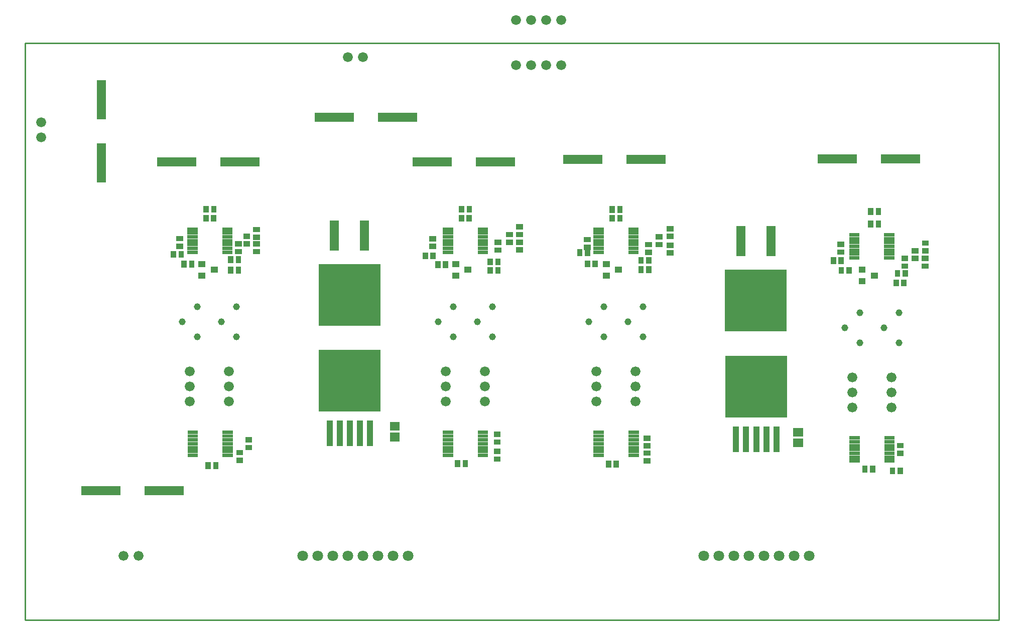
<source format=gbr>
G04 start of page 9 for group -4063 idx -4063 *
G04 Title: (unknown), componentmask *
G04 Creator: pcb 20110918 *
G04 CreationDate: Mon May 14 21:02:36 2012 UTC *
G04 For: mldelibero *
G04 Format: Gerber/RS-274X *
G04 PCB-Dimensions: 2000000 2000000 *
G04 PCB-Coordinate-Origin: lower left *
%MOIN*%
%FSLAX25Y25*%
%LNTOPMASK*%
%ADD97R,0.0572X0.0572*%
%ADD96C,0.0001*%
%ADD95R,0.0600X0.0600*%
%ADD94R,0.0230X0.0230*%
%ADD93R,0.0400X0.0400*%
%ADD92R,0.0355X0.0355*%
%ADD91C,0.0710*%
%ADD90C,0.0460*%
%ADD89C,0.0660*%
%ADD88C,0.0100*%
G54D88*X74100Y1553000D02*X720700D01*
Y1936800D01*
X74100D02*X720700D01*
X74100D02*Y1553000D01*
G54D89*X209500Y1698300D03*
X183500D03*
Y1708300D03*
X209500D03*
Y1718300D03*
X183500D03*
G54D90*X188500Y1741300D03*
Y1761300D03*
X178500Y1751300D03*
X214500Y1741300D03*
X204500Y1751300D03*
X214500Y1761300D03*
G54D89*X400000Y1922000D03*
X410000D03*
X420000D03*
X430000D03*
Y1952000D03*
X420000D03*
X410000D03*
X400000D03*
X288300Y1927500D03*
X298300D03*
X84700Y1884200D03*
Y1874200D03*
X379500Y1698300D03*
X353500D03*
X453500D03*
X379500Y1708300D03*
X353500D03*
X453500D03*
X379500Y1718300D03*
X353500D03*
X453500D03*
G54D90*X384500Y1741300D03*
Y1761300D03*
X374500Y1751300D03*
X358500Y1741300D03*
Y1761300D03*
X348500Y1751300D03*
X448500D03*
G54D89*X479500Y1698300D03*
Y1708300D03*
Y1718300D03*
G54D90*X484500Y1741300D03*
Y1761300D03*
X474500Y1751300D03*
X458500Y1741300D03*
Y1761300D03*
X628400Y1737500D03*
X654400D03*
X628400Y1757500D03*
X654400D03*
X618400Y1747500D03*
X644400D03*
G54D89*X623400Y1694500D03*
Y1704500D03*
Y1714500D03*
X649400Y1694500D03*
Y1704500D03*
Y1714500D03*
X149500Y1595700D03*
X139500D03*
G54D91*X258500D03*
X268500D03*
X278500D03*
X288500D03*
X298500D03*
X308500D03*
X318500D03*
X328500D03*
X524800D03*
X534800D03*
X544800D03*
X554800D03*
X564800D03*
X574800D03*
X584800D03*
X594800D03*
G54D92*X344959Y1795692D02*Y1794708D01*
X339841Y1795692D02*Y1794708D01*
G54D93*X359700Y1789900D02*X360300D01*
X359700Y1782100D02*X360300D01*
G54D92*X353318Y1789992D02*Y1789008D01*
X348200Y1789992D02*Y1789008D01*
G54D94*X352583Y1813077D02*X357189D01*
X352583Y1807959D02*X357189D01*
X352583Y1805400D02*X357189D01*
X352583Y1802841D02*X357189D01*
X352583Y1800282D02*X357189D01*
X352583Y1797723D02*X357189D01*
G54D92*X344308Y1806659D02*X345292D01*
X344308Y1801541D02*X345292D01*
G54D93*X367900Y1786000D02*X368500D01*
G54D92*X388059Y1786092D02*Y1785108D01*
X382941Y1786092D02*Y1785108D01*
G54D94*X352583Y1810518D02*X357189D01*
G54D95*X334500Y1857700D02*X354500D01*
G54D92*X369100Y1826692D02*Y1825708D01*
X363982Y1826692D02*Y1825708D01*
X369000Y1820692D02*Y1819708D01*
X363882Y1820692D02*Y1819708D01*
G54D94*X375811Y1797723D02*X380417D01*
X375811Y1800282D02*X380417D01*
X375811Y1802841D02*X380417D01*
X375811Y1813077D02*X380417D01*
X375811Y1805400D02*X380417D01*
X375811Y1807959D02*X380417D01*
X375811Y1810518D02*X380417D01*
G54D92*X387508Y1804218D02*X388492D01*
X387508Y1799100D02*X388492D01*
X395308Y1809418D02*X396292D01*
X395308Y1804300D02*X396292D01*
X401908Y1804318D02*X402892D01*
X401908Y1799200D02*X402892D01*
X401908Y1809441D02*X402892D01*
X401908Y1814559D02*X402892D01*
G54D95*X376500Y1857700D02*X396500D01*
X476400Y1859500D02*X496400D01*
X434400D02*X454400D01*
G54D92*X469059Y1820692D02*Y1819708D01*
X463941Y1820692D02*Y1819708D01*
X469018Y1826592D02*Y1825608D01*
X463900Y1826592D02*Y1825608D01*
G54D94*X452583Y1813077D02*X457189D01*
X452583Y1810518D02*X457189D01*
X452583Y1807959D02*X457189D01*
X452583Y1805400D02*X457189D01*
X452583Y1802841D02*X457189D01*
X452583Y1800282D02*X457189D01*
X452583Y1797723D02*X457189D01*
G54D92*X452600Y1790392D02*Y1789408D01*
X447482Y1790392D02*Y1789408D01*
G54D93*X459700Y1789900D02*X460300D01*
X459700Y1782100D02*X460300D01*
G54D92*X447008Y1801000D02*X447992D01*
X442382Y1797992D02*Y1797008D01*
X388018Y1791692D02*Y1790708D01*
X382900Y1791692D02*Y1790708D01*
X461500Y1657292D02*Y1656308D01*
X466618Y1657292D02*Y1656308D01*
G54D94*X452683Y1677977D02*X457289D01*
X452683Y1675418D02*X457289D01*
X452683Y1672859D02*X457289D01*
X452683Y1670300D02*X457289D01*
X452683Y1667741D02*X457289D01*
X452683Y1665182D02*X457289D01*
X452683Y1662623D02*X457289D01*
G54D92*X488159Y1786592D02*Y1785608D01*
X483041Y1786592D02*Y1785608D01*
G54D93*X467900Y1786000D02*X468500D01*
G54D92*X488159Y1792692D02*Y1791708D01*
X483041Y1792692D02*Y1791708D01*
G54D94*X475811Y1797723D02*X480417D01*
X475811Y1800282D02*X480417D01*
X475811Y1802841D02*X480417D01*
X475811Y1805400D02*X480417D01*
X475811Y1807959D02*X480417D01*
X475811Y1810518D02*X480417D01*
X475811Y1813077D02*X480417D01*
G54D92*X494508Y1807918D02*X495492D01*
X494508Y1802800D02*X495492D01*
X487608Y1802818D02*X488592D01*
X487608Y1797700D02*X488592D01*
X501908Y1802318D02*X502892D01*
X501908Y1808200D02*X502892D01*
X501908Y1813318D02*X502892D01*
X501908Y1797200D02*X502892D01*
G54D95*X645500Y1859600D02*X665500D01*
X603500D02*X623500D01*
G54D92*X640759Y1825192D02*Y1824208D01*
G54D94*X645711Y1806718D02*X650317D01*
X645711Y1809277D02*X650317D01*
G54D92*X635641Y1825192D02*Y1824208D01*
G54D94*X622483Y1809277D02*X627089D01*
X622483Y1806718D02*X627089D01*
X622483Y1804159D02*X627089D01*
X622483Y1801600D02*X627089D01*
X622483Y1799041D02*X627089D01*
X645711D02*X650317D01*
X645711Y1801600D02*X650317D01*
X645711Y1804159D02*X650317D01*
G54D92*X664508Y1798618D02*X665492D01*
G54D93*X629600Y1786100D02*X630200D01*
G54D94*X622483Y1796482D02*X627089D01*
X622483Y1793923D02*X627089D01*
G54D92*X621200Y1786092D02*Y1785108D01*
X616082Y1786092D02*Y1785108D01*
X610882Y1792592D02*Y1791608D01*
G54D93*X637800Y1782200D02*X638400D01*
G54D94*X645711Y1793923D02*X650317D01*
X645711Y1796482D02*X650317D01*
G54D92*X658577Y1784033D02*Y1783049D01*
X653459Y1784033D02*Y1783049D01*
X664508Y1793500D02*X665492D01*
X657708D02*X658692D01*
X657708Y1788382D02*X658692D01*
X671408Y1798600D02*X672392D01*
X671190Y1793500D02*X672174D01*
X671190Y1788382D02*X672174D01*
X671408Y1803718D02*X672392D01*
G54D94*X475911Y1672859D02*X480517D01*
G54D92*X486608Y1673959D02*X487592D01*
X486608Y1668841D02*X487592D01*
G54D94*X475911Y1675418D02*X480517D01*
X475911Y1677977D02*X480517D01*
X475911Y1662623D02*X480517D01*
X475911Y1665182D02*X480517D01*
X475911Y1667741D02*X480517D01*
X475911Y1670300D02*X480517D01*
G54D92*X486508Y1658941D02*X487492D01*
X486508Y1664059D02*X487492D01*
G54D96*G36*
X539100Y1728800D02*Y1687800D01*
X580100D01*
Y1728800D01*
X539100D01*
G37*
G36*
X538900Y1786000D02*Y1745000D01*
X579900D01*
Y1786000D01*
X538900D01*
G37*
G54D95*X569400Y1812000D02*Y1798000D01*
X549400Y1812000D02*Y1798000D01*
G54D93*X559600Y1679800D02*Y1666800D01*
X552900Y1679800D02*Y1666800D01*
X546200Y1679800D02*Y1666800D01*
X566300Y1679800D02*Y1666800D01*
X573000Y1679800D02*Y1666800D01*
G54D97*X587007Y1678043D02*X587793D01*
X587007Y1670957D02*X587793D01*
G54D94*X622583Y1674177D02*X627189D01*
X622583Y1671618D02*X627189D01*
X622583Y1669059D02*X627189D01*
X622583Y1666500D02*X627189D01*
X622583Y1663941D02*X627189D01*
X622583Y1661382D02*X627189D01*
X622583Y1658823D02*X627189D01*
G54D92*X631700Y1653892D02*Y1652908D01*
X636818Y1653892D02*Y1652908D01*
G54D94*X645811Y1658823D02*X650417D01*
X645811Y1661382D02*X650417D01*
X645811Y1663941D02*X650417D01*
X645811Y1666500D02*X650417D01*
X645811Y1669059D02*X650417D01*
X645811Y1671618D02*X650417D01*
X645811Y1674177D02*X650417D01*
G54D92*X654808Y1669059D02*X655792D01*
X654808Y1663941D02*X655792D01*
X650041Y1652792D02*Y1651808D01*
X655159Y1652792D02*Y1651808D01*
X447008Y1806118D02*X447992D01*
X640718Y1816992D02*Y1816008D01*
X635600Y1816992D02*Y1816008D01*
X615308Y1802918D02*X616292D01*
X447500Y1797992D02*Y1797008D01*
X615308Y1797800D02*X616292D01*
G54D93*X629600Y1778300D02*X630200D01*
G54D92*X657677Y1777733D02*Y1776749D01*
X652559Y1777733D02*Y1776749D01*
X616000Y1792592D02*Y1791608D01*
G54D94*X206111Y1797723D02*X210717D01*
G54D92*X215759Y1786192D02*Y1785208D01*
X210641Y1786192D02*Y1785208D01*
X215700Y1793192D02*Y1792208D01*
X210582Y1793192D02*Y1792208D01*
X215208Y1798141D02*X216192D01*
G54D94*X206111Y1800282D02*X210717D01*
X206111Y1802841D02*X210717D01*
X206111Y1805400D02*X210717D01*
X206111Y1807959D02*X210717D01*
X206111Y1810518D02*X210717D01*
X206111Y1813077D02*X210717D01*
G54D92*X220708Y1808318D02*X221692D01*
X220708Y1803200D02*X221692D01*
X215208Y1803259D02*X216192D01*
G54D93*X199400Y1786000D02*X200000D01*
G54D92*X199359Y1826692D02*Y1825708D01*
X199300Y1820692D02*Y1819708D01*
X227208Y1807641D02*X228192D01*
X227208Y1803259D02*X228192D01*
X227208Y1798141D02*X228192D01*
X227208Y1812759D02*X228192D01*
G54D95*X206700Y1857700D02*X226700D01*
X269400Y1887300D02*X289400D01*
X311400D02*X331400D01*
X114400Y1639100D02*X134400D01*
X156400D02*X176400D01*
G54D94*X182883Y1813077D02*X187489D01*
X182883Y1810518D02*X187489D01*
X182883Y1807959D02*X187489D01*
X182883Y1805400D02*X187489D01*
X182883Y1802841D02*X187489D01*
X182883Y1800282D02*X187489D01*
X182883Y1797723D02*X187489D01*
G54D92*X184759Y1790192D02*Y1789208D01*
X179641Y1790192D02*Y1789208D01*
X177759Y1796692D02*Y1795708D01*
X172641Y1796692D02*Y1795708D01*
G54D93*X191200Y1789900D02*X191800D01*
X191200Y1782100D02*X191800D01*
G54D92*X176208Y1806818D02*X177192D01*
X176208Y1801700D02*X177192D01*
G54D94*X206311Y1662623D02*X210917D01*
X183083D02*X187689D01*
G54D92*X195641Y1656192D02*Y1655208D01*
X200759Y1656192D02*Y1655208D01*
X216108Y1659341D02*X217092D01*
G54D94*X206311Y1665182D02*X210917D01*
X183083D02*X187689D01*
X206311Y1667741D02*X210917D01*
X183083D02*X187689D01*
X206311Y1670300D02*X210917D01*
X183083D02*X187689D01*
X183083Y1677977D02*X187689D01*
X183083Y1675418D02*X187689D01*
X183083Y1672859D02*X187689D01*
X206311D02*X210917D01*
X206311Y1675418D02*X210917D01*
X206311Y1677977D02*X210917D01*
G54D92*X222108Y1672859D02*X223092D01*
X222108Y1667741D02*X223092D01*
X216108Y1664459D02*X217092D01*
G54D95*X164700Y1857700D02*X184700D01*
G54D92*X194241Y1826692D02*Y1825708D01*
X194182Y1820692D02*Y1819708D01*
G54D95*X124600Y1909200D02*Y1889200D01*
Y1867200D02*Y1847200D01*
G54D94*X352583Y1677977D02*X357189D01*
X352583Y1675418D02*X357189D01*
X352583Y1672859D02*X357189D01*
X352583Y1670300D02*X357189D01*
X352583Y1667741D02*X357189D01*
X352583Y1665182D02*X357189D01*
X352583Y1662623D02*X357189D01*
G54D92*X361341Y1657492D02*Y1656508D01*
X366459Y1657492D02*Y1656508D01*
G54D97*X319107Y1681843D02*X319893D01*
G54D93*X289700Y1683600D02*Y1670600D01*
X283000Y1683600D02*Y1670600D01*
X276300Y1683600D02*Y1670600D01*
X296400Y1683600D02*Y1670600D01*
X303100Y1683600D02*Y1670600D01*
G54D97*X319107Y1674757D02*X319893D01*
G54D94*X375811Y1662623D02*X380417D01*
X375811Y1665182D02*X380417D01*
X375811Y1667741D02*X380417D01*
X375811Y1670300D02*X380417D01*
X375811Y1672859D02*X380417D01*
X375811Y1675418D02*X380417D01*
X375811Y1677977D02*X380417D01*
G54D92*X387108Y1676559D02*X388092D01*
X387108Y1671441D02*X388092D01*
X387108Y1660041D02*X388092D01*
X387108Y1665159D02*X388092D01*
G54D96*G36*
X269000Y1789800D02*Y1748800D01*
X310000D01*
Y1789800D01*
X269000D01*
G37*
G54D95*X299500Y1815800D02*Y1801800D01*
X279500Y1815800D02*Y1801800D01*
G54D96*G36*
X269200Y1732600D02*Y1691600D01*
X310200D01*
Y1732600D01*
X269200D01*
G37*
M02*

</source>
